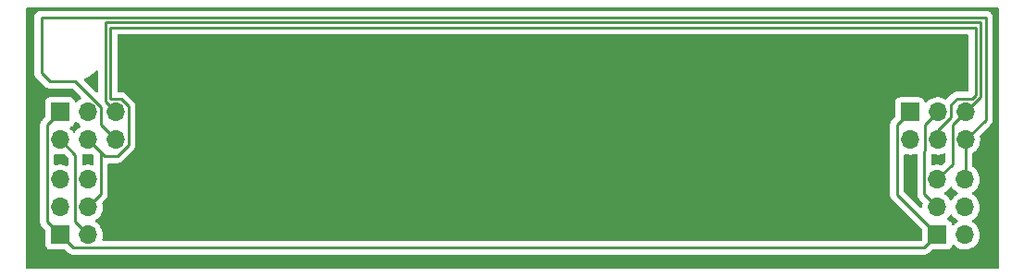
<source format=gtl>
%TF.GenerationSoftware,KiCad,Pcbnew,(6.0.4-0)*%
%TF.CreationDate,2022-05-11T16:28:23-04:00*%
%TF.ProjectId,Remove_Before_Flight,52656d6f-7665-45f4-9265-666f72655f46,v02*%
%TF.SameCoordinates,Original*%
%TF.FileFunction,Copper,L1,Top*%
%TF.FilePolarity,Positive*%
%FSLAX46Y46*%
G04 Gerber Fmt 4.6, Leading zero omitted, Abs format (unit mm)*
G04 Created by KiCad (PCBNEW (6.0.4-0)) date 2022-05-11 16:28:23*
%MOMM*%
%LPD*%
G01*
G04 APERTURE LIST*
%TA.AperFunction,ComponentPad*%
%ADD10R,1.700000X1.700000*%
%TD*%
%TA.AperFunction,ComponentPad*%
%ADD11O,1.700000X1.700000*%
%TD*%
%TA.AperFunction,Conductor*%
%ADD12C,0.250000*%
%TD*%
%TA.AperFunction,Conductor*%
%ADD13C,0.254000*%
%TD*%
G04 APERTURE END LIST*
D10*
%TO.P,J1,1,Pin_1*%
%TO.N,Net-(J1-Pad1)*%
X123634464Y-100091262D03*
D11*
%TO.P,J1,2,Pin_2*%
%TO.N,Net-(J1-Pad2)*%
X123634464Y-102631262D03*
%TO.P,J1,3,Pin_3*%
%TO.N,Net-(J1-Pad3)*%
X126174464Y-100091262D03*
%TO.P,J1,4,Pin_4*%
%TO.N,Net-(J1-Pad4)*%
X126174464Y-102631262D03*
%TO.P,J1,5,Pin_5*%
%TO.N,Net-(J1-Pad5)*%
X128714464Y-100091262D03*
%TO.P,J1,6,Pin_6*%
%TO.N,Net-(J1-Pad6)*%
X128714464Y-102631262D03*
%TD*%
D10*
%TO.P,J2,1,Pin_1*%
%TO.N,Net-(J1-Pad1)*%
X201350034Y-100111761D03*
D11*
%TO.P,J2,2,Pin_2*%
%TO.N,Net-(J1-Pad2)*%
X201350034Y-102651761D03*
%TO.P,J2,3,Pin_3*%
%TO.N,Net-(J1-Pad3)*%
X203890034Y-100111761D03*
%TO.P,J2,4,Pin_4*%
%TO.N,Net-(J1-Pad4)*%
X203890034Y-102651761D03*
%TO.P,J2,5,Pin_5*%
%TO.N,Net-(J1-Pad5)*%
X206430034Y-100111761D03*
%TO.P,J2,6,Pin_6*%
%TO.N,Net-(J1-Pad6)*%
X206430034Y-102651761D03*
%TD*%
D10*
%TO.P,J3,1,Pin_1*%
%TO.N,Net-(J1-Pad1)*%
X123645626Y-111353970D03*
D11*
%TO.P,J3,2,Pin_2*%
%TO.N,Net-(J1-Pad2)*%
X126185626Y-111353970D03*
%TO.P,J3,3,Pin_3*%
%TO.N,Net-(J1-Pad3)*%
X123645626Y-108813970D03*
%TO.P,J3,4,Pin_4*%
%TO.N,Net-(J1-Pad4)*%
X126185626Y-108813970D03*
%TO.P,J3,5,Pin_5*%
%TO.N,Net-(J1-Pad5)*%
X123645626Y-106273970D03*
%TO.P,J3,6,Pin_6*%
%TO.N,Net-(J1-Pad6)*%
X126185626Y-106273970D03*
%TD*%
D10*
%TO.P,J4,1,Pin_1*%
%TO.N,Net-(J1-Pad1)*%
X203844843Y-111353879D03*
D11*
%TO.P,J4,2,Pin_2*%
%TO.N,Net-(J1-Pad2)*%
X206384843Y-111353879D03*
%TO.P,J4,3,Pin_3*%
%TO.N,Net-(J1-Pad3)*%
X203844843Y-108813879D03*
%TO.P,J4,4,Pin_4*%
%TO.N,Net-(J1-Pad4)*%
X206384843Y-108813879D03*
%TO.P,J4,5,Pin_5*%
%TO.N,Net-(J1-Pad5)*%
X203844843Y-106273879D03*
%TO.P,J4,6,Pin_6*%
%TO.N,Net-(J1-Pad6)*%
X206384843Y-106273879D03*
%TD*%
D12*
%TO.N,Net-(J1-Pad1)*%
X123645626Y-111353970D02*
X122459953Y-110168297D01*
D13*
X122459953Y-110168297D02*
X122459953Y-101265773D01*
D12*
X122459953Y-101265773D02*
X123634464Y-100091262D01*
D13*
X201350034Y-100111761D02*
X200173523Y-101288272D01*
D12*
X124820137Y-112528481D02*
X202670241Y-112528481D01*
D13*
X200173523Y-101288272D02*
X200173523Y-107682559D01*
D12*
X202670241Y-112528481D02*
X203844843Y-111353879D01*
X123645626Y-111353970D02*
X124820137Y-112528481D01*
D13*
X200173523Y-107682559D02*
X203844843Y-111353879D01*
D12*
%TO.N,Net-(J1-Pad2)*%
X123634464Y-102631262D02*
X125011115Y-104007913D01*
X125011115Y-104007913D02*
X125011115Y-110179459D01*
X125011115Y-110179459D02*
X126185626Y-111353970D01*
D13*
%TO.N,Net-(J1-Pad3)*%
X202713523Y-101288272D02*
X202713523Y-103653523D01*
X202668332Y-103698714D02*
X202668332Y-107637368D01*
X202668332Y-107637368D02*
X203844843Y-108813879D01*
X203890034Y-100111761D02*
X202713523Y-101288272D01*
X202713523Y-103653523D02*
X202668332Y-103698714D01*
%TO.N,Net-(J1-Pad4)*%
X128869565Y-104140000D02*
X127683202Y-104140000D01*
X205674068Y-98857255D02*
X207043166Y-98857255D01*
X128231878Y-92345040D02*
X128231878Y-98914751D01*
X205107058Y-100558576D02*
X205107058Y-99424265D01*
X129890975Y-103118590D02*
X128869565Y-104140000D01*
X205107058Y-99424265D02*
X205674068Y-98857255D01*
X127360137Y-103816935D02*
X127360137Y-107639459D01*
X207374960Y-92345040D02*
X128231878Y-92345040D01*
D12*
X126174464Y-102631262D02*
X127360137Y-103816935D01*
D13*
X129201792Y-98914751D02*
X129890975Y-99603934D01*
X127683202Y-104140000D02*
X126174464Y-102631262D01*
X129890975Y-99603934D02*
X129890975Y-103118590D01*
X127360137Y-107639459D02*
X126185626Y-108813970D01*
X203890034Y-101775600D02*
X205107058Y-100558576D01*
X207374960Y-98525461D02*
X207374960Y-92345040D01*
X128231878Y-98914751D02*
X129201792Y-98914751D01*
X203890034Y-102651761D02*
X203890034Y-101775600D01*
X207043166Y-98857255D02*
X207374960Y-98525461D01*
%TO.N,Net-(J1-Pad5)*%
X206430034Y-100111761D02*
X205253523Y-101288272D01*
X127778358Y-91891520D02*
X127778358Y-99155156D01*
X205253523Y-104865199D02*
X203844843Y-106273879D01*
X207828480Y-91892189D02*
X207827811Y-91891520D01*
X127778358Y-99155156D02*
X128714464Y-100091262D01*
X205253523Y-101288272D02*
X205253523Y-104865199D01*
X207827811Y-91891520D02*
X127778358Y-91891520D01*
X206430034Y-100111761D02*
X207828480Y-98713315D01*
X207828480Y-98713315D02*
X207828480Y-91892189D01*
D12*
%TO.N,Net-(J1-Pad6)*%
X127348975Y-101265773D02*
X127348975Y-99604763D01*
X121920000Y-91440000D02*
X208280000Y-91440000D01*
D13*
X206430034Y-102651761D02*
X206430034Y-106228688D01*
D12*
X208280000Y-91440000D02*
X208280000Y-100801795D01*
X122689520Y-97289520D02*
X121920000Y-96520000D01*
X121920000Y-96520000D02*
X121920000Y-91440000D01*
X128714464Y-102631262D02*
X127348975Y-101265773D01*
X127348975Y-99604763D02*
X125033732Y-97289520D01*
X125033732Y-97289520D02*
X122689520Y-97289520D01*
X208280000Y-100801795D02*
X206430034Y-102651761D01*
D13*
X206430034Y-106228688D02*
X206384843Y-106273879D01*
%TD*%
%TA.AperFunction,NonConductor*%
G36*
X127110615Y-96302296D02*
G01*
X127141240Y-96366347D01*
X127142858Y-96386472D01*
X127142858Y-98198552D01*
X127122856Y-98266673D01*
X127069200Y-98313166D01*
X126998926Y-98323270D01*
X126934346Y-98293776D01*
X126927763Y-98287647D01*
X126440796Y-97800679D01*
X125874392Y-97234275D01*
X125840366Y-97171963D01*
X125845431Y-97101147D01*
X125887978Y-97044312D01*
X125912841Y-97029807D01*
X126057111Y-96966476D01*
X126057112Y-96966476D01*
X126060430Y-96965019D01*
X126295566Y-96827617D01*
X126356845Y-96791809D01*
X126356847Y-96791808D01*
X126359985Y-96789974D01*
X126372714Y-96780417D01*
X126634529Y-96583841D01*
X126634533Y-96583838D01*
X126637436Y-96581658D01*
X126889104Y-96342833D01*
X126891439Y-96340040D01*
X126891445Y-96340034D01*
X126920196Y-96305649D01*
X126979237Y-96266220D01*
X127050222Y-96264970D01*
X127110615Y-96302296D01*
G37*
%TD.AperFunction*%
%TA.AperFunction,NonConductor*%
G36*
X125157614Y-101004388D02*
G01*
X125192281Y-101032376D01*
X125220714Y-101065200D01*
X125392590Y-101207894D01*
X125420784Y-101224369D01*
X125465909Y-101250738D01*
X125514633Y-101302376D01*
X125527704Y-101372159D01*
X125500973Y-101437931D01*
X125460519Y-101471289D01*
X125448071Y-101477769D01*
X125443938Y-101480872D01*
X125443935Y-101480874D01*
X125320031Y-101573904D01*
X125269429Y-101611897D01*
X125115093Y-101773400D01*
X125007665Y-101930883D01*
X124952757Y-101975883D01*
X124882232Y-101984054D01*
X124818485Y-101952800D01*
X124797788Y-101928316D01*
X124717286Y-101803879D01*
X124717284Y-101803876D01*
X124714478Y-101799539D01*
X124710996Y-101795712D01*
X124567262Y-101637750D01*
X124536210Y-101573904D01*
X124544605Y-101503405D01*
X124589781Y-101448637D01*
X124616225Y-101434968D01*
X124722761Y-101395029D01*
X124731169Y-101391877D01*
X124847725Y-101304523D01*
X124935079Y-101187967D01*
X124961538Y-101117389D01*
X124979062Y-101070644D01*
X125021704Y-101013880D01*
X125088266Y-100989180D01*
X125157614Y-101004388D01*
G37*
%TD.AperFunction*%
%TA.AperFunction,NonConductor*%
G36*
X204571921Y-103912568D02*
G01*
X204611911Y-103971230D01*
X204618023Y-104009996D01*
X204618023Y-104549776D01*
X204598021Y-104617897D01*
X204581118Y-104638871D01*
X204299787Y-104920202D01*
X204237475Y-104954228D01*
X204188597Y-104955154D01*
X204114151Y-104941893D01*
X203978216Y-104917679D01*
X203978210Y-104917678D01*
X203973127Y-104916773D01*
X203899295Y-104915871D01*
X203754924Y-104914107D01*
X203754922Y-104914107D01*
X203749754Y-104914044D01*
X203528934Y-104947834D01*
X203479196Y-104964091D01*
X203468977Y-104967431D01*
X203398013Y-104969582D01*
X203337151Y-104933026D01*
X203305715Y-104869369D01*
X203303832Y-104847666D01*
X203303832Y-104065157D01*
X203323834Y-103997036D01*
X203377490Y-103950543D01*
X203447764Y-103940439D01*
X203474780Y-103947447D01*
X203504890Y-103958945D01*
X203504898Y-103958947D01*
X203509726Y-103960791D01*
X203514794Y-103961822D01*
X203514797Y-103961823D01*
X203615431Y-103982297D01*
X203728631Y-104005328D01*
X203733806Y-104005518D01*
X203733808Y-104005518D01*
X203946707Y-104013325D01*
X203946711Y-104013325D01*
X203951871Y-104013514D01*
X203956991Y-104012858D01*
X203956993Y-104012858D01*
X204168322Y-103985786D01*
X204168323Y-103985786D01*
X204173450Y-103985129D01*
X204178400Y-103983644D01*
X204382463Y-103922422D01*
X204382468Y-103922420D01*
X204387418Y-103920935D01*
X204436593Y-103896845D01*
X204506564Y-103884838D01*
X204571921Y-103912568D01*
G37*
%TD.AperFunction*%
%TA.AperFunction,NonConductor*%
G36*
X126007982Y-103983796D02*
G01*
X126007986Y-103983796D01*
X126013061Y-103984829D01*
X126018236Y-103985019D01*
X126018238Y-103985019D01*
X126231137Y-103992826D01*
X126231141Y-103992826D01*
X126236301Y-103993015D01*
X126241421Y-103992359D01*
X126241423Y-103992359D01*
X126319968Y-103982297D01*
X126457880Y-103964630D01*
X126462833Y-103963144D01*
X126462838Y-103963143D01*
X126492481Y-103954249D01*
X126502115Y-103951359D01*
X126573110Y-103950941D01*
X126627418Y-103982949D01*
X126687732Y-104043263D01*
X126721758Y-104105575D01*
X126724637Y-104132358D01*
X126724637Y-104845319D01*
X126704635Y-104913440D01*
X126650979Y-104959933D01*
X126580705Y-104970037D01*
X126556576Y-104964091D01*
X126538712Y-104957765D01*
X126533838Y-104956039D01*
X126528749Y-104955132D01*
X126528747Y-104955132D01*
X126318999Y-104917770D01*
X126318993Y-104917769D01*
X126313910Y-104916864D01*
X126240078Y-104915962D01*
X126095707Y-104914198D01*
X126095705Y-104914198D01*
X126090537Y-104914135D01*
X125869717Y-104947925D01*
X125839612Y-104957765D01*
X125809760Y-104967522D01*
X125738796Y-104969673D01*
X125677934Y-104933117D01*
X125646498Y-104869460D01*
X125644615Y-104847757D01*
X125644615Y-104086681D01*
X125645142Y-104075498D01*
X125646817Y-104068005D01*
X125646568Y-104060078D01*
X125647270Y-104052651D01*
X125673595Y-103986715D01*
X125731388Y-103945479D01*
X125797831Y-103941040D01*
X126007982Y-103983796D01*
G37*
%TD.AperFunction*%
%TA.AperFunction,NonConductor*%
G36*
X123252593Y-103939695D02*
G01*
X123254156Y-103940292D01*
X123259224Y-103941323D01*
X123259227Y-103941324D01*
X123335093Y-103956759D01*
X123473061Y-103984829D01*
X123478236Y-103985019D01*
X123478238Y-103985019D01*
X123691137Y-103992826D01*
X123691141Y-103992826D01*
X123696301Y-103993015D01*
X123701421Y-103992359D01*
X123701423Y-103992359D01*
X123912752Y-103965287D01*
X123912753Y-103965287D01*
X123917880Y-103964630D01*
X123922831Y-103963145D01*
X123922834Y-103963144D01*
X123964293Y-103950706D01*
X124035289Y-103950290D01*
X124089595Y-103982297D01*
X124340710Y-104233412D01*
X124374736Y-104295724D01*
X124377615Y-104322507D01*
X124377615Y-104914145D01*
X124357613Y-104982266D01*
X124303957Y-105028759D01*
X124233683Y-105038863D01*
X124204493Y-105030387D01*
X124204415Y-105030608D01*
X124200590Y-105029253D01*
X124200582Y-105029251D01*
X124199194Y-105028759D01*
X123998713Y-104957765D01*
X123998709Y-104957764D01*
X123993838Y-104956039D01*
X123988745Y-104955132D01*
X123988742Y-104955131D01*
X123778999Y-104917770D01*
X123778993Y-104917769D01*
X123773910Y-104916864D01*
X123700078Y-104915962D01*
X123555707Y-104914198D01*
X123555705Y-104914198D01*
X123550537Y-104914135D01*
X123329717Y-104947925D01*
X123260597Y-104970517D01*
X123189635Y-104972668D01*
X123128773Y-104936112D01*
X123097336Y-104872455D01*
X123095453Y-104850752D01*
X123095453Y-104061559D01*
X123115455Y-103993438D01*
X123169111Y-103946945D01*
X123239385Y-103936841D01*
X123252593Y-103939695D01*
G37*
%TD.AperFunction*%
%TA.AperFunction,NonConductor*%
G36*
X205196869Y-106949023D02*
G01*
X205224718Y-106980873D01*
X205284830Y-107078967D01*
X205431093Y-107247817D01*
X205602969Y-107390511D01*
X205652280Y-107419326D01*
X205676288Y-107433355D01*
X205725012Y-107484993D01*
X205738083Y-107554776D01*
X205711352Y-107620548D01*
X205670898Y-107653906D01*
X205658450Y-107660386D01*
X205654317Y-107663489D01*
X205654314Y-107663491D01*
X205485319Y-107790376D01*
X205479808Y-107794514D01*
X205461448Y-107813727D01*
X205335087Y-107945956D01*
X205325472Y-107956017D01*
X205218044Y-108113500D01*
X205163136Y-108158500D01*
X205092611Y-108166671D01*
X205028864Y-108135417D01*
X205008167Y-108110933D01*
X204927665Y-107986496D01*
X204927663Y-107986493D01*
X204924857Y-107982156D01*
X204774513Y-107816930D01*
X204770462Y-107813731D01*
X204770458Y-107813727D01*
X204603257Y-107681679D01*
X204603253Y-107681677D01*
X204599202Y-107678477D01*
X204557896Y-107655675D01*
X204507927Y-107605243D01*
X204493155Y-107535800D01*
X204518271Y-107469395D01*
X204545623Y-107442788D01*
X204614135Y-107393919D01*
X204724703Y-107315052D01*
X204882939Y-107157368D01*
X205013296Y-106975956D01*
X205014619Y-106976907D01*
X205061488Y-106933736D01*
X205131423Y-106921504D01*
X205196869Y-106949023D01*
G37*
%TD.AperFunction*%
%TA.AperFunction,NonConductor*%
G36*
X201986736Y-103934713D02*
G01*
X202026723Y-103993378D01*
X202032832Y-104032136D01*
X202032832Y-107558348D01*
X202032302Y-107569582D01*
X202030624Y-107577087D01*
X202031509Y-107605243D01*
X202032770Y-107645380D01*
X202032832Y-107649337D01*
X202032832Y-107677351D01*
X202033328Y-107681276D01*
X202033328Y-107681277D01*
X202033340Y-107681372D01*
X202034273Y-107693217D01*
X202035667Y-107737573D01*
X202037879Y-107745185D01*
X202041345Y-107757116D01*
X202045355Y-107776480D01*
X202047905Y-107796667D01*
X202050821Y-107804031D01*
X202050822Y-107804036D01*
X202064239Y-107837924D01*
X202068084Y-107849153D01*
X202072930Y-107865833D01*
X202080463Y-107891761D01*
X202084501Y-107898588D01*
X202084502Y-107898591D01*
X202090820Y-107909274D01*
X202099520Y-107927032D01*
X202104093Y-107938583D01*
X202104097Y-107938589D01*
X202107013Y-107945956D01*
X202111671Y-107952367D01*
X202111672Y-107952369D01*
X202115944Y-107958249D01*
X202130539Y-107978336D01*
X202133096Y-107981856D01*
X202139613Y-107991778D01*
X202158158Y-108023136D01*
X202158161Y-108023140D01*
X202162198Y-108029966D01*
X202176582Y-108044350D01*
X202189423Y-108059384D01*
X202201390Y-108075855D01*
X202207498Y-108080908D01*
X202235587Y-108104145D01*
X202244367Y-108112135D01*
X202494007Y-108361775D01*
X202528033Y-108424087D01*
X202526329Y-108484541D01*
X202505832Y-108558449D01*
X202505284Y-108563579D01*
X202505283Y-108563583D01*
X202502318Y-108591331D01*
X202482094Y-108780574D01*
X202482391Y-108785732D01*
X202482265Y-108790903D01*
X202479893Y-108790845D01*
X202466079Y-108850365D01*
X202415185Y-108899866D01*
X202345609Y-108913994D01*
X202279439Y-108888264D01*
X202267244Y-108877547D01*
X200845928Y-107456231D01*
X200811902Y-107393919D01*
X200809023Y-107367136D01*
X200809023Y-104081477D01*
X200829025Y-104013356D01*
X200882681Y-103966863D01*
X200952955Y-103956759D01*
X200967267Y-103959852D01*
X200969726Y-103960791D01*
X200974792Y-103961822D01*
X200974793Y-103961822D01*
X201005439Y-103968057D01*
X201188631Y-104005328D01*
X201193806Y-104005518D01*
X201193808Y-104005518D01*
X201406707Y-104013325D01*
X201406711Y-104013325D01*
X201411871Y-104013514D01*
X201416991Y-104012858D01*
X201416993Y-104012858D01*
X201628322Y-103985786D01*
X201628323Y-103985786D01*
X201633450Y-103985129D01*
X201638400Y-103983644D01*
X201842472Y-103922419D01*
X201842473Y-103922419D01*
X201847418Y-103920935D01*
X201852059Y-103918662D01*
X201856872Y-103916775D01*
X201857338Y-103917964D01*
X201921381Y-103906979D01*
X201986736Y-103934713D01*
G37*
%TD.AperFunction*%
%TA.AperFunction,NonConductor*%
G36*
X205196869Y-109489023D02*
G01*
X205224718Y-109520873D01*
X205284830Y-109618967D01*
X205431093Y-109787817D01*
X205602969Y-109930511D01*
X205654491Y-109960618D01*
X205676288Y-109973355D01*
X205725012Y-110024993D01*
X205738083Y-110094776D01*
X205711352Y-110160548D01*
X205670898Y-110193906D01*
X205658450Y-110200386D01*
X205654317Y-110203489D01*
X205654314Y-110203491D01*
X205483943Y-110331409D01*
X205479808Y-110334514D01*
X205423380Y-110393563D01*
X205399126Y-110418943D01*
X205337602Y-110454373D01*
X205266689Y-110450916D01*
X205208903Y-110409670D01*
X205190050Y-110376122D01*
X205148610Y-110265582D01*
X205145458Y-110257174D01*
X205058104Y-110140618D01*
X204941548Y-110053264D01*
X204914748Y-110043217D01*
X204823046Y-110008839D01*
X204766282Y-109966197D01*
X204741582Y-109899635D01*
X204756790Y-109830287D01*
X204778336Y-109801606D01*
X204879278Y-109701016D01*
X204882939Y-109697368D01*
X205013296Y-109515956D01*
X205014619Y-109516907D01*
X205061488Y-109473736D01*
X205131423Y-109461504D01*
X205196869Y-109489023D01*
G37*
%TD.AperFunction*%
%TA.AperFunction,NonConductor*%
G36*
X206681581Y-93000542D02*
G01*
X206728074Y-93054198D01*
X206739460Y-93106540D01*
X206739460Y-98095755D01*
X206719458Y-98163876D01*
X206665802Y-98210369D01*
X206613460Y-98221755D01*
X205753088Y-98221755D01*
X205741854Y-98221225D01*
X205734349Y-98219547D01*
X205666639Y-98221675D01*
X205666056Y-98221693D01*
X205662099Y-98221755D01*
X205634085Y-98221755D01*
X205630160Y-98222251D01*
X205630159Y-98222251D01*
X205630064Y-98222263D01*
X205618219Y-98223196D01*
X205588398Y-98224133D01*
X205581786Y-98224341D01*
X205581785Y-98224341D01*
X205573863Y-98224590D01*
X205554320Y-98230268D01*
X205534956Y-98234278D01*
X205522628Y-98235835D01*
X205522626Y-98235835D01*
X205514769Y-98236828D01*
X205507405Y-98239744D01*
X205507400Y-98239745D01*
X205473512Y-98253162D01*
X205462283Y-98257007D01*
X205454567Y-98259249D01*
X205419675Y-98269386D01*
X205412849Y-98273423D01*
X205402159Y-98279745D01*
X205384409Y-98288442D01*
X205365480Y-98295936D01*
X205359064Y-98300597D01*
X205359063Y-98300598D01*
X205329587Y-98322014D01*
X205319663Y-98328533D01*
X205288292Y-98347085D01*
X205288287Y-98347089D01*
X205281469Y-98351121D01*
X205267082Y-98365508D01*
X205252048Y-98378349D01*
X205235581Y-98390313D01*
X205230528Y-98396421D01*
X205207296Y-98424504D01*
X205199306Y-98433284D01*
X204719037Y-98913553D01*
X204656725Y-98947579D01*
X204585910Y-98942514D01*
X204569049Y-98934767D01*
X204551878Y-98925288D01*
X204448823Y-98868399D01*
X204443954Y-98866675D01*
X204443950Y-98866673D01*
X204243121Y-98795556D01*
X204243117Y-98795555D01*
X204238246Y-98793830D01*
X204233153Y-98792923D01*
X204233150Y-98792922D01*
X204023407Y-98755561D01*
X204023401Y-98755560D01*
X204018318Y-98754655D01*
X203944486Y-98753753D01*
X203800115Y-98751989D01*
X203800113Y-98751989D01*
X203794945Y-98751926D01*
X203574125Y-98785716D01*
X203361790Y-98855118D01*
X203331477Y-98870898D01*
X203197055Y-98940874D01*
X203163641Y-98958268D01*
X203159508Y-98961371D01*
X203159505Y-98961373D01*
X202989134Y-99089291D01*
X202984999Y-99092396D01*
X202909061Y-99171861D01*
X202904317Y-99176825D01*
X202842793Y-99212255D01*
X202771880Y-99208798D01*
X202714094Y-99167552D01*
X202695241Y-99134004D01*
X202653801Y-99023464D01*
X202650649Y-99015056D01*
X202563295Y-98898500D01*
X202446739Y-98811146D01*
X202310350Y-98760016D01*
X202248168Y-98753261D01*
X200451900Y-98753261D01*
X200389718Y-98760016D01*
X200253329Y-98811146D01*
X200136773Y-98898500D01*
X200049419Y-99015056D01*
X199998289Y-99151445D01*
X199991534Y-99213627D01*
X199991534Y-100519338D01*
X199971532Y-100587459D01*
X199954629Y-100608433D01*
X199780040Y-100783022D01*
X199771714Y-100790598D01*
X199765220Y-100794719D01*
X199759797Y-100800494D01*
X199718438Y-100844537D01*
X199715683Y-100847379D01*
X199695884Y-100867178D01*
X199693460Y-100870303D01*
X199693452Y-100870312D01*
X199693386Y-100870398D01*
X199685678Y-100879423D01*
X199655306Y-100911766D01*
X199651488Y-100918710D01*
X199651487Y-100918712D01*
X199645501Y-100929601D01*
X199634650Y-100946119D01*
X199622173Y-100962205D01*
X199604547Y-101002938D01*
X199599330Y-101013586D01*
X199597325Y-101017233D01*
X199577954Y-101052469D01*
X199575983Y-101060144D01*
X199575981Y-101060150D01*
X199572892Y-101072183D01*
X199566489Y-101090885D01*
X199558406Y-101109564D01*
X199554679Y-101133096D01*
X199551463Y-101153399D01*
X199549058Y-101165012D01*
X199538023Y-101207990D01*
X199538023Y-101228337D01*
X199536472Y-101248048D01*
X199533288Y-101268151D01*
X199534034Y-101276043D01*
X199537464Y-101312328D01*
X199538023Y-101324186D01*
X199538023Y-107603539D01*
X199537493Y-107614773D01*
X199535815Y-107622278D01*
X199537110Y-107663491D01*
X199537961Y-107690571D01*
X199538023Y-107694528D01*
X199538023Y-107722542D01*
X199538519Y-107726467D01*
X199538519Y-107726468D01*
X199538531Y-107726563D01*
X199539464Y-107738408D01*
X199540858Y-107782764D01*
X199545358Y-107798252D01*
X199546536Y-107802307D01*
X199550546Y-107821671D01*
X199553096Y-107841858D01*
X199556012Y-107849222D01*
X199556013Y-107849227D01*
X199569430Y-107883115D01*
X199573275Y-107894344D01*
X199585654Y-107936952D01*
X199589692Y-107943779D01*
X199589693Y-107943782D01*
X199596011Y-107954465D01*
X199604711Y-107972223D01*
X199609284Y-107983774D01*
X199609288Y-107983780D01*
X199612204Y-107991147D01*
X199616862Y-107997558D01*
X199616863Y-107997560D01*
X199638287Y-108027047D01*
X199644804Y-108036969D01*
X199663349Y-108068327D01*
X199663352Y-108068331D01*
X199667389Y-108075157D01*
X199681773Y-108089541D01*
X199694614Y-108104575D01*
X199706581Y-108121046D01*
X199712689Y-108126099D01*
X199740778Y-108149336D01*
X199749558Y-108157326D01*
X202449438Y-110857207D01*
X202483464Y-110919519D01*
X202486343Y-110946302D01*
X202486343Y-111764284D01*
X202466341Y-111832405D01*
X202449438Y-111853379D01*
X202444741Y-111858076D01*
X202382429Y-111892102D01*
X202355646Y-111894981D01*
X127611115Y-111894981D01*
X127542994Y-111874979D01*
X127496501Y-111821323D01*
X127486397Y-111751049D01*
X127490556Y-111732353D01*
X127516493Y-111646985D01*
X127517996Y-111642039D01*
X127547155Y-111420560D01*
X127548782Y-111353970D01*
X127530478Y-111131331D01*
X127476057Y-110914672D01*
X127386980Y-110709810D01*
X127323598Y-110611837D01*
X127268448Y-110526587D01*
X127268446Y-110526584D01*
X127265640Y-110522247D01*
X127115296Y-110357021D01*
X127111245Y-110353822D01*
X127111241Y-110353818D01*
X126944040Y-110221770D01*
X126944036Y-110221768D01*
X126939985Y-110218568D01*
X126898679Y-110195766D01*
X126848710Y-110145334D01*
X126833938Y-110075891D01*
X126859054Y-110009486D01*
X126886406Y-109982879D01*
X127003110Y-109899635D01*
X127065486Y-109855143D01*
X127119211Y-109801606D01*
X127220061Y-109701107D01*
X127223722Y-109697459D01*
X127354079Y-109516047D01*
X127374991Y-109473736D01*
X127450762Y-109320423D01*
X127450763Y-109320421D01*
X127453056Y-109315781D01*
X127517996Y-109102039D01*
X127547155Y-108880560D01*
X127548782Y-108813970D01*
X127530478Y-108591331D01*
X127503015Y-108481994D01*
X127505820Y-108411053D01*
X127536124Y-108362204D01*
X127753614Y-108144714D01*
X127761940Y-108137137D01*
X127768440Y-108133012D01*
X127789174Y-108110933D01*
X127815237Y-108083178D01*
X127817992Y-108080336D01*
X127837775Y-108060553D01*
X127840266Y-108057342D01*
X127847975Y-108048315D01*
X127878354Y-108015965D01*
X127888159Y-107998130D01*
X127899013Y-107981606D01*
X127906628Y-107971789D01*
X127906629Y-107971788D01*
X127911486Y-107965526D01*
X127929106Y-107924809D01*
X127934329Y-107914148D01*
X127951886Y-107882212D01*
X127951888Y-107882207D01*
X127955706Y-107875262D01*
X127957676Y-107867588D01*
X127957679Y-107867581D01*
X127960769Y-107855546D01*
X127967173Y-107836841D01*
X127972104Y-107825446D01*
X127975254Y-107818167D01*
X127982197Y-107774332D01*
X127984604Y-107762710D01*
X127995637Y-107719741D01*
X127995637Y-107699394D01*
X127997188Y-107679683D01*
X127999132Y-107667409D01*
X128000372Y-107659580D01*
X127996196Y-107615400D01*
X127995637Y-107603545D01*
X127995637Y-104901500D01*
X128015639Y-104833379D01*
X128069295Y-104786886D01*
X128121637Y-104775500D01*
X128790545Y-104775500D01*
X128801779Y-104776030D01*
X128809284Y-104777708D01*
X128877577Y-104775562D01*
X128881534Y-104775500D01*
X128909548Y-104775500D01*
X128913473Y-104775004D01*
X128913474Y-104775004D01*
X128913569Y-104774992D01*
X128925414Y-104774059D01*
X128955235Y-104773122D01*
X128961847Y-104772914D01*
X128961848Y-104772914D01*
X128969770Y-104772665D01*
X128989314Y-104766987D01*
X129008677Y-104762977D01*
X129021005Y-104761420D01*
X129021007Y-104761420D01*
X129028864Y-104760427D01*
X129036228Y-104757511D01*
X129036233Y-104757510D01*
X129070121Y-104744093D01*
X129081350Y-104740248D01*
X129098030Y-104735402D01*
X129123958Y-104727869D01*
X129130785Y-104723831D01*
X129130788Y-104723830D01*
X129141471Y-104717512D01*
X129159229Y-104708812D01*
X129170780Y-104704239D01*
X129170786Y-104704235D01*
X129178153Y-104701319D01*
X129214056Y-104675234D01*
X129223975Y-104668719D01*
X129255333Y-104650174D01*
X129255337Y-104650171D01*
X129262163Y-104646134D01*
X129276547Y-104631750D01*
X129291581Y-104618909D01*
X129301638Y-104611602D01*
X129308052Y-104606942D01*
X129336338Y-104572750D01*
X129344328Y-104563969D01*
X130284463Y-103623835D01*
X130292782Y-103616265D01*
X130299278Y-103612143D01*
X130346061Y-103562324D01*
X130348815Y-103559483D01*
X130368614Y-103539684D01*
X130371038Y-103536559D01*
X130371046Y-103536550D01*
X130371112Y-103536464D01*
X130378820Y-103527439D01*
X130403765Y-103500875D01*
X130409192Y-103495096D01*
X130418998Y-103477259D01*
X130429848Y-103460743D01*
X130442325Y-103444657D01*
X130459951Y-103403924D01*
X130465168Y-103393276D01*
X130482724Y-103361341D01*
X130486544Y-103354393D01*
X130488515Y-103346718D01*
X130488517Y-103346712D01*
X130491606Y-103334679D01*
X130498009Y-103315977D01*
X130506092Y-103297298D01*
X130513035Y-103253463D01*
X130515442Y-103241841D01*
X130526475Y-103198872D01*
X130526475Y-103178525D01*
X130528026Y-103158814D01*
X130529970Y-103146540D01*
X130531210Y-103138711D01*
X130527034Y-103094534D01*
X130526475Y-103082676D01*
X130526475Y-99682966D01*
X130527005Y-99671727D01*
X130528684Y-99664215D01*
X130526537Y-99595903D01*
X130526475Y-99591946D01*
X130526475Y-99563951D01*
X130525967Y-99559928D01*
X130525034Y-99548086D01*
X130523889Y-99511654D01*
X130523640Y-99503729D01*
X130517962Y-99484185D01*
X130513952Y-99464822D01*
X130512395Y-99452494D01*
X130512395Y-99452492D01*
X130511402Y-99444635D01*
X130508486Y-99437271D01*
X130508485Y-99437266D01*
X130495068Y-99403378D01*
X130491223Y-99392149D01*
X130481056Y-99357156D01*
X130478844Y-99349541D01*
X130474805Y-99342711D01*
X130468487Y-99332028D01*
X130459787Y-99314270D01*
X130455214Y-99302719D01*
X130455210Y-99302713D01*
X130452294Y-99295346D01*
X130426209Y-99259443D01*
X130419694Y-99249524D01*
X130401149Y-99218166D01*
X130401146Y-99218162D01*
X130397109Y-99211336D01*
X130382725Y-99196952D01*
X130369884Y-99181918D01*
X130362577Y-99171861D01*
X130357917Y-99165447D01*
X130323725Y-99137161D01*
X130314944Y-99129171D01*
X129707037Y-98521263D01*
X129699467Y-98512944D01*
X129695345Y-98506448D01*
X129645526Y-98459665D01*
X129642685Y-98456911D01*
X129622886Y-98437112D01*
X129619761Y-98434688D01*
X129619752Y-98434680D01*
X129619666Y-98434614D01*
X129610641Y-98426906D01*
X129584077Y-98401961D01*
X129578298Y-98396534D01*
X129566983Y-98390313D01*
X129560463Y-98386729D01*
X129543945Y-98375878D01*
X129527859Y-98363401D01*
X129487126Y-98345775D01*
X129476478Y-98340558D01*
X129454604Y-98328533D01*
X129437595Y-98319182D01*
X129429920Y-98317211D01*
X129429914Y-98317209D01*
X129417881Y-98314120D01*
X129399179Y-98307717D01*
X129380500Y-98299634D01*
X129346664Y-98294275D01*
X129336665Y-98292691D01*
X129325052Y-98290286D01*
X129282074Y-98279251D01*
X129261727Y-98279251D01*
X129242016Y-98277700D01*
X129229742Y-98275756D01*
X129221913Y-98274516D01*
X129214021Y-98275262D01*
X129177736Y-98278692D01*
X129165878Y-98279251D01*
X128993378Y-98279251D01*
X128925257Y-98259249D01*
X128878764Y-98205593D01*
X128867378Y-98153251D01*
X128867378Y-93106540D01*
X128887380Y-93038419D01*
X128941036Y-92991926D01*
X128993378Y-92980540D01*
X206613460Y-92980540D01*
X206681581Y-93000542D01*
G37*
%TD.AperFunction*%
%TA.AperFunction,NonConductor*%
G36*
X209433621Y-90528502D02*
G01*
X209480114Y-90582158D01*
X209491500Y-90634500D01*
X209491500Y-114365500D01*
X209471498Y-114433621D01*
X209417842Y-114480114D01*
X209365500Y-114491500D01*
X120634500Y-114491500D01*
X120566379Y-114471498D01*
X120519886Y-114417842D01*
X120508500Y-114365500D01*
X120508500Y-91399906D01*
X121282725Y-91399906D01*
X121283223Y-91407817D01*
X121286251Y-91455951D01*
X121286500Y-91463862D01*
X121286500Y-96441233D01*
X121285973Y-96452416D01*
X121284298Y-96459909D01*
X121284547Y-96467835D01*
X121284547Y-96467836D01*
X121286438Y-96527986D01*
X121286500Y-96531945D01*
X121286500Y-96559856D01*
X121286997Y-96563790D01*
X121286997Y-96563791D01*
X121287005Y-96563856D01*
X121287938Y-96575693D01*
X121289327Y-96619889D01*
X121294978Y-96639339D01*
X121298987Y-96658700D01*
X121301526Y-96678797D01*
X121304445Y-96686168D01*
X121304445Y-96686170D01*
X121317804Y-96719912D01*
X121321649Y-96731142D01*
X121333982Y-96773593D01*
X121338015Y-96780412D01*
X121338017Y-96780417D01*
X121344293Y-96791028D01*
X121352988Y-96808776D01*
X121360448Y-96827617D01*
X121365110Y-96834033D01*
X121365110Y-96834034D01*
X121386436Y-96863387D01*
X121392952Y-96873307D01*
X121415458Y-96911362D01*
X121429779Y-96925683D01*
X121442619Y-96940716D01*
X121454528Y-96957107D01*
X121460634Y-96962158D01*
X121488605Y-96985298D01*
X121497384Y-96993288D01*
X122185863Y-97681767D01*
X122193407Y-97690057D01*
X122197520Y-97696538D01*
X122203297Y-97701963D01*
X122247187Y-97743178D01*
X122250029Y-97745933D01*
X122269751Y-97765655D01*
X122272875Y-97768078D01*
X122272879Y-97768082D01*
X122272944Y-97768132D01*
X122281965Y-97775837D01*
X122314199Y-97806106D01*
X122321147Y-97809925D01*
X122321149Y-97809927D01*
X122331952Y-97815866D01*
X122348479Y-97826722D01*
X122358218Y-97834277D01*
X122358220Y-97834278D01*
X122364480Y-97839134D01*
X122405060Y-97856694D01*
X122415708Y-97861911D01*
X122454460Y-97883215D01*
X122462136Y-97885186D01*
X122462139Y-97885187D01*
X122474082Y-97888253D01*
X122492787Y-97894657D01*
X122511375Y-97902701D01*
X122519198Y-97903940D01*
X122519208Y-97903943D01*
X122555044Y-97909619D01*
X122566664Y-97912025D01*
X122601809Y-97921048D01*
X122609490Y-97923020D01*
X122629744Y-97923020D01*
X122649454Y-97924571D01*
X122669463Y-97927740D01*
X122677355Y-97926994D01*
X122713481Y-97923579D01*
X122725339Y-97923020D01*
X124719137Y-97923020D01*
X124787258Y-97943022D01*
X124808233Y-97959925D01*
X125548850Y-98700543D01*
X125582875Y-98762855D01*
X125577810Y-98833671D01*
X125535263Y-98890506D01*
X125517947Y-98901394D01*
X125448071Y-98937769D01*
X125443938Y-98940872D01*
X125443935Y-98940874D01*
X125273564Y-99068792D01*
X125269429Y-99071897D01*
X125213001Y-99130946D01*
X125188747Y-99156326D01*
X125127223Y-99191756D01*
X125056310Y-99188299D01*
X124998524Y-99147053D01*
X124979671Y-99113505D01*
X124938231Y-99002965D01*
X124935079Y-98994557D01*
X124847725Y-98878001D01*
X124731169Y-98790647D01*
X124594780Y-98739517D01*
X124532598Y-98732762D01*
X122736330Y-98732762D01*
X122674148Y-98739517D01*
X122537759Y-98790647D01*
X122421203Y-98878001D01*
X122333849Y-98994557D01*
X122282719Y-99130946D01*
X122275964Y-99193128D01*
X122275964Y-100501667D01*
X122255962Y-100569788D01*
X122239059Y-100590762D01*
X122077774Y-100752047D01*
X122064351Y-100762801D01*
X122064450Y-100762921D01*
X122058345Y-100767971D01*
X122051650Y-100772220D01*
X122046223Y-100777999D01*
X122046222Y-100778000D01*
X122034003Y-100791012D01*
X121941736Y-100889267D01*
X121937919Y-100896211D01*
X121937917Y-100896213D01*
X121925773Y-100918303D01*
X121915585Y-100933812D01*
X121915195Y-100934472D01*
X121910339Y-100940732D01*
X121907192Y-100948005D01*
X121901218Y-100961810D01*
X121895994Y-100972472D01*
X121864384Y-101029970D01*
X121862412Y-101037649D01*
X121862410Y-101037655D01*
X121856141Y-101062071D01*
X121850133Y-101079622D01*
X121849921Y-101080351D01*
X121846772Y-101087628D01*
X121845532Y-101095459D01*
X121843180Y-101110308D01*
X121840775Y-101121922D01*
X121824453Y-101185491D01*
X121824453Y-101218624D01*
X121822997Y-101237130D01*
X121822973Y-101237886D01*
X121821733Y-101245716D01*
X121822479Y-101253608D01*
X121823894Y-101268577D01*
X121824453Y-101280435D01*
X121824453Y-110107302D01*
X121822212Y-110107302D01*
X121822375Y-110108265D01*
X121824251Y-110108206D01*
X121824391Y-110112660D01*
X121824453Y-110116619D01*
X121824453Y-110208280D01*
X121824949Y-110212206D01*
X121824950Y-110212223D01*
X121827627Y-110233412D01*
X121828559Y-110245242D01*
X121829280Y-110268186D01*
X121831491Y-110275795D01*
X121831613Y-110276566D01*
X121835373Y-110294715D01*
X121839526Y-110327596D01*
X121842443Y-110334964D01*
X121842445Y-110334971D01*
X121863685Y-110388617D01*
X121867529Y-110399844D01*
X121871722Y-110414276D01*
X121871725Y-110414282D01*
X121873935Y-110421890D01*
X121877968Y-110428709D01*
X121878275Y-110429419D01*
X121886435Y-110446074D01*
X121895715Y-110469514D01*
X121895717Y-110469518D01*
X121898634Y-110476885D01*
X121934679Y-110526496D01*
X121937205Y-110529973D01*
X121943723Y-110539896D01*
X121951375Y-110552836D01*
X121951379Y-110552841D01*
X121955411Y-110559659D01*
X121961014Y-110565262D01*
X121961488Y-110565873D01*
X121973530Y-110579971D01*
X121993011Y-110606784D01*
X121999119Y-110611837D01*
X122043580Y-110648618D01*
X122052360Y-110656608D01*
X122250221Y-110854469D01*
X122284247Y-110916781D01*
X122287126Y-110943564D01*
X122287126Y-112252104D01*
X122293881Y-112314286D01*
X122345011Y-112450675D01*
X122432365Y-112567231D01*
X122548921Y-112654585D01*
X122685310Y-112705715D01*
X122741186Y-112711785D01*
X122743258Y-112712010D01*
X122747492Y-112712470D01*
X124056032Y-112712470D01*
X124124153Y-112732472D01*
X124145127Y-112749375D01*
X124316480Y-112920728D01*
X124324024Y-112929018D01*
X124328137Y-112935499D01*
X124333914Y-112940924D01*
X124377804Y-112982139D01*
X124380646Y-112984894D01*
X124400367Y-113004615D01*
X124403562Y-113007093D01*
X124412584Y-113014799D01*
X124444816Y-113045067D01*
X124451765Y-113048887D01*
X124462569Y-113054827D01*
X124479093Y-113065680D01*
X124495096Y-113078094D01*
X124535680Y-113095657D01*
X124546310Y-113100864D01*
X124585077Y-113122176D01*
X124592754Y-113124147D01*
X124592759Y-113124149D01*
X124604695Y-113127213D01*
X124623403Y-113133618D01*
X124641992Y-113141662D01*
X124649817Y-113142901D01*
X124649819Y-113142902D01*
X124685656Y-113148578D01*
X124697277Y-113150985D01*
X124729096Y-113159154D01*
X124740107Y-113161981D01*
X124760368Y-113161981D01*
X124780077Y-113163532D01*
X124800080Y-113166700D01*
X124807972Y-113165954D01*
X124813199Y-113165460D01*
X124844091Y-113162540D01*
X124855948Y-113161981D01*
X202591474Y-113161981D01*
X202602657Y-113162508D01*
X202610150Y-113164183D01*
X202618076Y-113163934D01*
X202618077Y-113163934D01*
X202678227Y-113162043D01*
X202682186Y-113161981D01*
X202710097Y-113161981D01*
X202714032Y-113161484D01*
X202714097Y-113161476D01*
X202725934Y-113160543D01*
X202758192Y-113159529D01*
X202762211Y-113159403D01*
X202770130Y-113159154D01*
X202789584Y-113153502D01*
X202808941Y-113149494D01*
X202821171Y-113147949D01*
X202821172Y-113147949D01*
X202829038Y-113146955D01*
X202836409Y-113144036D01*
X202836411Y-113144036D01*
X202870153Y-113130677D01*
X202881383Y-113126832D01*
X202916224Y-113116710D01*
X202916225Y-113116710D01*
X202923834Y-113114499D01*
X202930653Y-113110466D01*
X202930658Y-113110464D01*
X202941269Y-113104188D01*
X202959017Y-113095493D01*
X202977858Y-113088033D01*
X202998228Y-113073234D01*
X203013628Y-113062045D01*
X203023548Y-113055529D01*
X203054776Y-113037061D01*
X203054779Y-113037059D01*
X203061603Y-113033023D01*
X203075924Y-113018702D01*
X203090958Y-113005861D01*
X203092673Y-113004615D01*
X203107348Y-112993953D01*
X203135539Y-112959876D01*
X203143529Y-112951097D01*
X203345342Y-112749284D01*
X203407654Y-112715258D01*
X203434437Y-112712379D01*
X204742977Y-112712379D01*
X204805159Y-112705624D01*
X204941548Y-112654494D01*
X205058104Y-112567140D01*
X205145458Y-112450584D01*
X205167642Y-112391408D01*
X205189441Y-112333261D01*
X205232083Y-112276497D01*
X205298645Y-112251797D01*
X205367993Y-112267005D01*
X205402660Y-112294993D01*
X205431093Y-112327817D01*
X205602969Y-112470511D01*
X205795843Y-112583217D01*
X206004535Y-112662909D01*
X206009603Y-112663940D01*
X206009606Y-112663941D01*
X206116860Y-112685762D01*
X206223440Y-112707446D01*
X206228615Y-112707636D01*
X206228617Y-112707636D01*
X206441516Y-112715443D01*
X206441520Y-112715443D01*
X206446680Y-112715632D01*
X206451800Y-112714976D01*
X206451802Y-112714976D01*
X206663131Y-112687904D01*
X206663132Y-112687904D01*
X206668259Y-112687247D01*
X206673209Y-112685762D01*
X206877272Y-112624540D01*
X206877277Y-112624538D01*
X206882227Y-112623053D01*
X207082837Y-112524775D01*
X207264703Y-112395052D01*
X207422939Y-112237368D01*
X207553296Y-112055956D01*
X207632855Y-111894981D01*
X207649979Y-111860332D01*
X207649980Y-111860330D01*
X207652273Y-111855690D01*
X207717213Y-111641948D01*
X207746372Y-111420469D01*
X207747999Y-111353879D01*
X207729695Y-111131240D01*
X207675274Y-110914581D01*
X207586197Y-110709719D01*
X207502260Y-110579972D01*
X207467665Y-110526496D01*
X207467663Y-110526493D01*
X207464857Y-110522156D01*
X207314513Y-110356930D01*
X207310462Y-110353731D01*
X207310458Y-110353727D01*
X207143257Y-110221679D01*
X207143253Y-110221677D01*
X207139202Y-110218477D01*
X207097896Y-110195675D01*
X207047927Y-110145243D01*
X207033155Y-110075800D01*
X207058271Y-110009395D01*
X207085623Y-109982788D01*
X207129446Y-109951529D01*
X207264703Y-109855052D01*
X207422939Y-109697368D01*
X207553296Y-109515956D01*
X207574163Y-109473736D01*
X207649979Y-109320332D01*
X207649980Y-109320330D01*
X207652273Y-109315690D01*
X207717213Y-109101948D01*
X207746372Y-108880469D01*
X207747999Y-108813879D01*
X207729695Y-108591240D01*
X207675274Y-108374581D01*
X207586197Y-108169719D01*
X207495787Y-108029966D01*
X207467665Y-107986496D01*
X207467663Y-107986493D01*
X207464857Y-107982156D01*
X207314513Y-107816930D01*
X207310462Y-107813731D01*
X207310458Y-107813727D01*
X207143257Y-107681679D01*
X207143253Y-107681677D01*
X207139202Y-107678477D01*
X207097896Y-107655675D01*
X207047927Y-107605243D01*
X207033155Y-107535800D01*
X207058271Y-107469395D01*
X207085623Y-107442788D01*
X207154135Y-107393919D01*
X207264703Y-107315052D01*
X207422939Y-107157368D01*
X207553296Y-106975956D01*
X207574163Y-106933736D01*
X207649979Y-106780332D01*
X207649980Y-106780330D01*
X207652273Y-106775690D01*
X207717213Y-106561948D01*
X207746372Y-106340469D01*
X207747999Y-106273879D01*
X207729695Y-106051240D01*
X207675274Y-105834581D01*
X207586197Y-105629719D01*
X207464857Y-105442156D01*
X207314513Y-105276930D01*
X207310462Y-105273731D01*
X207310458Y-105273727D01*
X207143260Y-105141682D01*
X207139202Y-105138477D01*
X207130643Y-105133752D01*
X207080672Y-105083324D01*
X207065534Y-105023443D01*
X207065534Y-103930996D01*
X207085536Y-103862875D01*
X207126205Y-103823550D01*
X207128028Y-103822657D01*
X207309894Y-103692934D01*
X207468130Y-103535250D01*
X207496984Y-103495096D01*
X207595469Y-103358038D01*
X207598487Y-103353838D01*
X207612702Y-103325077D01*
X207695170Y-103158214D01*
X207695171Y-103158212D01*
X207697464Y-103153572D01*
X207762404Y-102939830D01*
X207791563Y-102718351D01*
X207793190Y-102651761D01*
X207774886Y-102429122D01*
X207746855Y-102317526D01*
X207749659Y-102246586D01*
X207779964Y-102197735D01*
X208204300Y-101773400D01*
X208672258Y-101305442D01*
X208680537Y-101297908D01*
X208687018Y-101293795D01*
X208733644Y-101244143D01*
X208736398Y-101241302D01*
X208756135Y-101221565D01*
X208758615Y-101218368D01*
X208766320Y-101209346D01*
X208796586Y-101177116D01*
X208800405Y-101170170D01*
X208800407Y-101170167D01*
X208806348Y-101159361D01*
X208817199Y-101142842D01*
X208824758Y-101133096D01*
X208829614Y-101126836D01*
X208832759Y-101119567D01*
X208832762Y-101119563D01*
X208847174Y-101086258D01*
X208852391Y-101075608D01*
X208873695Y-101036855D01*
X208878733Y-101017232D01*
X208885137Y-100998529D01*
X208890033Y-100987215D01*
X208890033Y-100987214D01*
X208893181Y-100979940D01*
X208894420Y-100972117D01*
X208894423Y-100972107D01*
X208900099Y-100936271D01*
X208902505Y-100924651D01*
X208911528Y-100889506D01*
X208911528Y-100889505D01*
X208913500Y-100881825D01*
X208913500Y-100861571D01*
X208915051Y-100841860D01*
X208916980Y-100829681D01*
X208918220Y-100821852D01*
X208914059Y-100777833D01*
X208913500Y-100765976D01*
X208913500Y-91511793D01*
X208915732Y-91488184D01*
X208915790Y-91487881D01*
X208915790Y-91487877D01*
X208917275Y-91480094D01*
X208913749Y-91424049D01*
X208913500Y-91416138D01*
X208913500Y-91400144D01*
X208911494Y-91384270D01*
X208910751Y-91376402D01*
X208909718Y-91359970D01*
X208907225Y-91320350D01*
X208904679Y-91312513D01*
X208899506Y-91289369D01*
X208899468Y-91289065D01*
X208899467Y-91289060D01*
X208898474Y-91281203D01*
X208895558Y-91273838D01*
X208895557Y-91273834D01*
X208877801Y-91228989D01*
X208875129Y-91221570D01*
X208857764Y-91168125D01*
X208853514Y-91161428D01*
X208853350Y-91161169D01*
X208842585Y-91140042D01*
X208842471Y-91139754D01*
X208842468Y-91139749D01*
X208839552Y-91132383D01*
X208834896Y-91125975D01*
X208834893Y-91125969D01*
X208806542Y-91086948D01*
X208802092Y-91080401D01*
X208772000Y-91032982D01*
X208765993Y-91027341D01*
X208750312Y-91009554D01*
X208750134Y-91009309D01*
X208750132Y-91009307D01*
X208745472Y-91002893D01*
X208739362Y-90997838D01*
X208702204Y-90967097D01*
X208696270Y-90961866D01*
X208661102Y-90928842D01*
X208661099Y-90928840D01*
X208655321Y-90923414D01*
X208648097Y-90919442D01*
X208628494Y-90906119D01*
X208628254Y-90905920D01*
X208628247Y-90905916D01*
X208622144Y-90900867D01*
X208571324Y-90876953D01*
X208564292Y-90873371D01*
X208515060Y-90846305D01*
X208507385Y-90844335D01*
X208507379Y-90844332D01*
X208507081Y-90844256D01*
X208484772Y-90836224D01*
X208484497Y-90836094D01*
X208484489Y-90836091D01*
X208477318Y-90832717D01*
X208422151Y-90822194D01*
X208414442Y-90820471D01*
X208380449Y-90811743D01*
X208367707Y-90808471D01*
X208367706Y-90808471D01*
X208360030Y-90806500D01*
X208351793Y-90806500D01*
X208328184Y-90804268D01*
X208327881Y-90804210D01*
X208327877Y-90804210D01*
X208320094Y-90802725D01*
X208264049Y-90806251D01*
X208256138Y-90806500D01*
X121991793Y-90806500D01*
X121968184Y-90804268D01*
X121967881Y-90804210D01*
X121967877Y-90804210D01*
X121960094Y-90802725D01*
X121904049Y-90806251D01*
X121896138Y-90806500D01*
X121880144Y-90806500D01*
X121864270Y-90808506D01*
X121856410Y-90809248D01*
X121828951Y-90810976D01*
X121808263Y-90812277D01*
X121808262Y-90812277D01*
X121800350Y-90812775D01*
X121792809Y-90815225D01*
X121792513Y-90815321D01*
X121769369Y-90820494D01*
X121769065Y-90820532D01*
X121769060Y-90820533D01*
X121761203Y-90821526D01*
X121753838Y-90824442D01*
X121753834Y-90824443D01*
X121708989Y-90842199D01*
X121701570Y-90844871D01*
X121648125Y-90862236D01*
X121641429Y-90866486D01*
X121641428Y-90866486D01*
X121641169Y-90866650D01*
X121620042Y-90877415D01*
X121619754Y-90877529D01*
X121619749Y-90877532D01*
X121612383Y-90880448D01*
X121605975Y-90885104D01*
X121605969Y-90885107D01*
X121566948Y-90913458D01*
X121560411Y-90917901D01*
X121512982Y-90948000D01*
X121507556Y-90953778D01*
X121507555Y-90953779D01*
X121507341Y-90954007D01*
X121489554Y-90969688D01*
X121489309Y-90969866D01*
X121489307Y-90969868D01*
X121482893Y-90974528D01*
X121477839Y-90980637D01*
X121477838Y-90980638D01*
X121447097Y-91017796D01*
X121441866Y-91023730D01*
X121408842Y-91058898D01*
X121408840Y-91058901D01*
X121403414Y-91064679D01*
X121399445Y-91071899D01*
X121386119Y-91091506D01*
X121385920Y-91091746D01*
X121385916Y-91091753D01*
X121380867Y-91097856D01*
X121377493Y-91105027D01*
X121356953Y-91148676D01*
X121353371Y-91155708D01*
X121326305Y-91204940D01*
X121324335Y-91212615D01*
X121324332Y-91212621D01*
X121324256Y-91212919D01*
X121316224Y-91235228D01*
X121316094Y-91235503D01*
X121316091Y-91235511D01*
X121312717Y-91242682D01*
X121311231Y-91250474D01*
X121302195Y-91297843D01*
X121300471Y-91305558D01*
X121286500Y-91359970D01*
X121286500Y-91368207D01*
X121284268Y-91391816D01*
X121282725Y-91399906D01*
X120508500Y-91399906D01*
X120508500Y-90634500D01*
X120528502Y-90566379D01*
X120582158Y-90519886D01*
X120634500Y-90508500D01*
X209365500Y-90508500D01*
X209433621Y-90528502D01*
G37*
%TD.AperFunction*%
M02*

</source>
